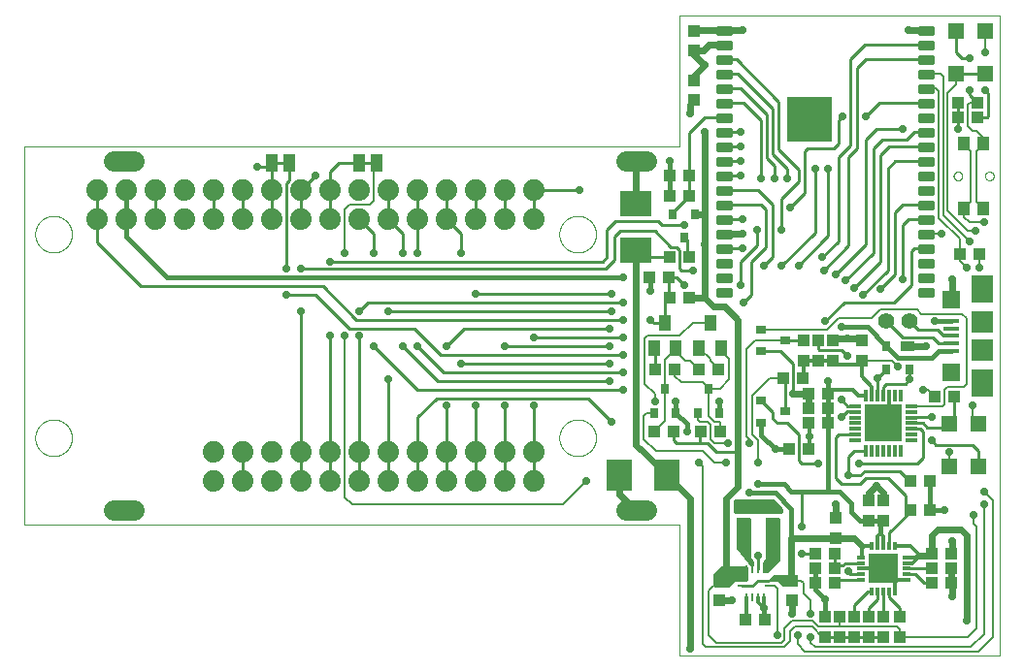
<source format=gtl>
G75*
%MOIN*%
%OFA0B0*%
%FSLAX25Y25*%
%IPPOS*%
%LPD*%
%AMOC8*
5,1,8,0,0,1.08239X$1,22.5*
%
%ADD10C,0.00000*%
%ADD11C,0.01831*%
%ADD12R,0.15748X0.15748*%
%ADD13R,0.04331X0.03937*%
%ADD14R,0.03937X0.04331*%
%ADD15R,0.05512X0.01575*%
%ADD16R,0.07480X0.07480*%
%ADD17R,0.07480X0.09449*%
%ADD18R,0.05906X0.06299*%
%ADD19C,0.07087*%
%ADD20R,0.03150X0.03543*%
%ADD21R,0.04724X0.03543*%
%ADD22R,0.05512X0.05512*%
%ADD23R,0.09000X0.11000*%
%ADD24R,0.11000X0.09000*%
%ADD25R,0.03937X0.05906*%
%ADD26C,0.01000*%
%ADD27C,0.07400*%
%ADD28R,0.05118X0.10039*%
%ADD29R,0.03937X0.04724*%
%ADD30R,0.03543X0.03150*%
%ADD31R,0.03937X0.05512*%
%ADD32R,0.01181X0.04134*%
%ADD33R,0.04134X0.01181*%
%ADD34R,0.12795X0.12795*%
%ADD35R,0.02953X0.01181*%
%ADD36R,0.01181X0.02953*%
%ADD37R,0.09843X0.09843*%
%ADD38R,0.00984X0.02756*%
%ADD39R,0.02756X0.00984*%
%ADD40C,0.05543*%
%ADD41C,0.02775*%
%ADD42C,0.01600*%
%ADD43C,0.02400*%
%ADD44C,0.01200*%
%ADD45C,0.00800*%
D10*
X0001800Y0047550D02*
X0226800Y0047550D01*
X0226800Y0002550D01*
X0336800Y0002550D01*
X0336800Y0222550D01*
X0226800Y0222550D01*
X0226800Y0177550D01*
X0001800Y0177550D01*
X0001800Y0047550D01*
X0005501Y0077550D02*
X0005503Y0077708D01*
X0005509Y0077866D01*
X0005519Y0078024D01*
X0005533Y0078182D01*
X0005551Y0078339D01*
X0005572Y0078496D01*
X0005598Y0078652D01*
X0005628Y0078808D01*
X0005661Y0078963D01*
X0005699Y0079116D01*
X0005740Y0079269D01*
X0005785Y0079421D01*
X0005834Y0079572D01*
X0005887Y0079721D01*
X0005943Y0079869D01*
X0006003Y0080015D01*
X0006067Y0080160D01*
X0006135Y0080303D01*
X0006206Y0080445D01*
X0006280Y0080585D01*
X0006358Y0080722D01*
X0006440Y0080858D01*
X0006524Y0080992D01*
X0006613Y0081123D01*
X0006704Y0081252D01*
X0006799Y0081379D01*
X0006896Y0081504D01*
X0006997Y0081626D01*
X0007101Y0081745D01*
X0007208Y0081862D01*
X0007318Y0081976D01*
X0007431Y0082087D01*
X0007546Y0082196D01*
X0007664Y0082301D01*
X0007785Y0082403D01*
X0007908Y0082503D01*
X0008034Y0082599D01*
X0008162Y0082692D01*
X0008292Y0082782D01*
X0008425Y0082868D01*
X0008560Y0082952D01*
X0008696Y0083031D01*
X0008835Y0083108D01*
X0008976Y0083180D01*
X0009118Y0083250D01*
X0009262Y0083315D01*
X0009408Y0083377D01*
X0009555Y0083435D01*
X0009704Y0083490D01*
X0009854Y0083541D01*
X0010005Y0083588D01*
X0010157Y0083631D01*
X0010310Y0083670D01*
X0010465Y0083706D01*
X0010620Y0083737D01*
X0010776Y0083765D01*
X0010932Y0083789D01*
X0011089Y0083809D01*
X0011247Y0083825D01*
X0011404Y0083837D01*
X0011563Y0083845D01*
X0011721Y0083849D01*
X0011879Y0083849D01*
X0012037Y0083845D01*
X0012196Y0083837D01*
X0012353Y0083825D01*
X0012511Y0083809D01*
X0012668Y0083789D01*
X0012824Y0083765D01*
X0012980Y0083737D01*
X0013135Y0083706D01*
X0013290Y0083670D01*
X0013443Y0083631D01*
X0013595Y0083588D01*
X0013746Y0083541D01*
X0013896Y0083490D01*
X0014045Y0083435D01*
X0014192Y0083377D01*
X0014338Y0083315D01*
X0014482Y0083250D01*
X0014624Y0083180D01*
X0014765Y0083108D01*
X0014904Y0083031D01*
X0015040Y0082952D01*
X0015175Y0082868D01*
X0015308Y0082782D01*
X0015438Y0082692D01*
X0015566Y0082599D01*
X0015692Y0082503D01*
X0015815Y0082403D01*
X0015936Y0082301D01*
X0016054Y0082196D01*
X0016169Y0082087D01*
X0016282Y0081976D01*
X0016392Y0081862D01*
X0016499Y0081745D01*
X0016603Y0081626D01*
X0016704Y0081504D01*
X0016801Y0081379D01*
X0016896Y0081252D01*
X0016987Y0081123D01*
X0017076Y0080992D01*
X0017160Y0080858D01*
X0017242Y0080722D01*
X0017320Y0080585D01*
X0017394Y0080445D01*
X0017465Y0080303D01*
X0017533Y0080160D01*
X0017597Y0080015D01*
X0017657Y0079869D01*
X0017713Y0079721D01*
X0017766Y0079572D01*
X0017815Y0079421D01*
X0017860Y0079269D01*
X0017901Y0079116D01*
X0017939Y0078963D01*
X0017972Y0078808D01*
X0018002Y0078652D01*
X0018028Y0078496D01*
X0018049Y0078339D01*
X0018067Y0078182D01*
X0018081Y0078024D01*
X0018091Y0077866D01*
X0018097Y0077708D01*
X0018099Y0077550D01*
X0018097Y0077392D01*
X0018091Y0077234D01*
X0018081Y0077076D01*
X0018067Y0076918D01*
X0018049Y0076761D01*
X0018028Y0076604D01*
X0018002Y0076448D01*
X0017972Y0076292D01*
X0017939Y0076137D01*
X0017901Y0075984D01*
X0017860Y0075831D01*
X0017815Y0075679D01*
X0017766Y0075528D01*
X0017713Y0075379D01*
X0017657Y0075231D01*
X0017597Y0075085D01*
X0017533Y0074940D01*
X0017465Y0074797D01*
X0017394Y0074655D01*
X0017320Y0074515D01*
X0017242Y0074378D01*
X0017160Y0074242D01*
X0017076Y0074108D01*
X0016987Y0073977D01*
X0016896Y0073848D01*
X0016801Y0073721D01*
X0016704Y0073596D01*
X0016603Y0073474D01*
X0016499Y0073355D01*
X0016392Y0073238D01*
X0016282Y0073124D01*
X0016169Y0073013D01*
X0016054Y0072904D01*
X0015936Y0072799D01*
X0015815Y0072697D01*
X0015692Y0072597D01*
X0015566Y0072501D01*
X0015438Y0072408D01*
X0015308Y0072318D01*
X0015175Y0072232D01*
X0015040Y0072148D01*
X0014904Y0072069D01*
X0014765Y0071992D01*
X0014624Y0071920D01*
X0014482Y0071850D01*
X0014338Y0071785D01*
X0014192Y0071723D01*
X0014045Y0071665D01*
X0013896Y0071610D01*
X0013746Y0071559D01*
X0013595Y0071512D01*
X0013443Y0071469D01*
X0013290Y0071430D01*
X0013135Y0071394D01*
X0012980Y0071363D01*
X0012824Y0071335D01*
X0012668Y0071311D01*
X0012511Y0071291D01*
X0012353Y0071275D01*
X0012196Y0071263D01*
X0012037Y0071255D01*
X0011879Y0071251D01*
X0011721Y0071251D01*
X0011563Y0071255D01*
X0011404Y0071263D01*
X0011247Y0071275D01*
X0011089Y0071291D01*
X0010932Y0071311D01*
X0010776Y0071335D01*
X0010620Y0071363D01*
X0010465Y0071394D01*
X0010310Y0071430D01*
X0010157Y0071469D01*
X0010005Y0071512D01*
X0009854Y0071559D01*
X0009704Y0071610D01*
X0009555Y0071665D01*
X0009408Y0071723D01*
X0009262Y0071785D01*
X0009118Y0071850D01*
X0008976Y0071920D01*
X0008835Y0071992D01*
X0008696Y0072069D01*
X0008560Y0072148D01*
X0008425Y0072232D01*
X0008292Y0072318D01*
X0008162Y0072408D01*
X0008034Y0072501D01*
X0007908Y0072597D01*
X0007785Y0072697D01*
X0007664Y0072799D01*
X0007546Y0072904D01*
X0007431Y0073013D01*
X0007318Y0073124D01*
X0007208Y0073238D01*
X0007101Y0073355D01*
X0006997Y0073474D01*
X0006896Y0073596D01*
X0006799Y0073721D01*
X0006704Y0073848D01*
X0006613Y0073977D01*
X0006524Y0074108D01*
X0006440Y0074242D01*
X0006358Y0074378D01*
X0006280Y0074515D01*
X0006206Y0074655D01*
X0006135Y0074797D01*
X0006067Y0074940D01*
X0006003Y0075085D01*
X0005943Y0075231D01*
X0005887Y0075379D01*
X0005834Y0075528D01*
X0005785Y0075679D01*
X0005740Y0075831D01*
X0005699Y0075984D01*
X0005661Y0076137D01*
X0005628Y0076292D01*
X0005598Y0076448D01*
X0005572Y0076604D01*
X0005551Y0076761D01*
X0005533Y0076918D01*
X0005519Y0077076D01*
X0005509Y0077234D01*
X0005503Y0077392D01*
X0005501Y0077550D01*
X0005501Y0147550D02*
X0005503Y0147708D01*
X0005509Y0147866D01*
X0005519Y0148024D01*
X0005533Y0148182D01*
X0005551Y0148339D01*
X0005572Y0148496D01*
X0005598Y0148652D01*
X0005628Y0148808D01*
X0005661Y0148963D01*
X0005699Y0149116D01*
X0005740Y0149269D01*
X0005785Y0149421D01*
X0005834Y0149572D01*
X0005887Y0149721D01*
X0005943Y0149869D01*
X0006003Y0150015D01*
X0006067Y0150160D01*
X0006135Y0150303D01*
X0006206Y0150445D01*
X0006280Y0150585D01*
X0006358Y0150722D01*
X0006440Y0150858D01*
X0006524Y0150992D01*
X0006613Y0151123D01*
X0006704Y0151252D01*
X0006799Y0151379D01*
X0006896Y0151504D01*
X0006997Y0151626D01*
X0007101Y0151745D01*
X0007208Y0151862D01*
X0007318Y0151976D01*
X0007431Y0152087D01*
X0007546Y0152196D01*
X0007664Y0152301D01*
X0007785Y0152403D01*
X0007908Y0152503D01*
X0008034Y0152599D01*
X0008162Y0152692D01*
X0008292Y0152782D01*
X0008425Y0152868D01*
X0008560Y0152952D01*
X0008696Y0153031D01*
X0008835Y0153108D01*
X0008976Y0153180D01*
X0009118Y0153250D01*
X0009262Y0153315D01*
X0009408Y0153377D01*
X0009555Y0153435D01*
X0009704Y0153490D01*
X0009854Y0153541D01*
X0010005Y0153588D01*
X0010157Y0153631D01*
X0010310Y0153670D01*
X0010465Y0153706D01*
X0010620Y0153737D01*
X0010776Y0153765D01*
X0010932Y0153789D01*
X0011089Y0153809D01*
X0011247Y0153825D01*
X0011404Y0153837D01*
X0011563Y0153845D01*
X0011721Y0153849D01*
X0011879Y0153849D01*
X0012037Y0153845D01*
X0012196Y0153837D01*
X0012353Y0153825D01*
X0012511Y0153809D01*
X0012668Y0153789D01*
X0012824Y0153765D01*
X0012980Y0153737D01*
X0013135Y0153706D01*
X0013290Y0153670D01*
X0013443Y0153631D01*
X0013595Y0153588D01*
X0013746Y0153541D01*
X0013896Y0153490D01*
X0014045Y0153435D01*
X0014192Y0153377D01*
X0014338Y0153315D01*
X0014482Y0153250D01*
X0014624Y0153180D01*
X0014765Y0153108D01*
X0014904Y0153031D01*
X0015040Y0152952D01*
X0015175Y0152868D01*
X0015308Y0152782D01*
X0015438Y0152692D01*
X0015566Y0152599D01*
X0015692Y0152503D01*
X0015815Y0152403D01*
X0015936Y0152301D01*
X0016054Y0152196D01*
X0016169Y0152087D01*
X0016282Y0151976D01*
X0016392Y0151862D01*
X0016499Y0151745D01*
X0016603Y0151626D01*
X0016704Y0151504D01*
X0016801Y0151379D01*
X0016896Y0151252D01*
X0016987Y0151123D01*
X0017076Y0150992D01*
X0017160Y0150858D01*
X0017242Y0150722D01*
X0017320Y0150585D01*
X0017394Y0150445D01*
X0017465Y0150303D01*
X0017533Y0150160D01*
X0017597Y0150015D01*
X0017657Y0149869D01*
X0017713Y0149721D01*
X0017766Y0149572D01*
X0017815Y0149421D01*
X0017860Y0149269D01*
X0017901Y0149116D01*
X0017939Y0148963D01*
X0017972Y0148808D01*
X0018002Y0148652D01*
X0018028Y0148496D01*
X0018049Y0148339D01*
X0018067Y0148182D01*
X0018081Y0148024D01*
X0018091Y0147866D01*
X0018097Y0147708D01*
X0018099Y0147550D01*
X0018097Y0147392D01*
X0018091Y0147234D01*
X0018081Y0147076D01*
X0018067Y0146918D01*
X0018049Y0146761D01*
X0018028Y0146604D01*
X0018002Y0146448D01*
X0017972Y0146292D01*
X0017939Y0146137D01*
X0017901Y0145984D01*
X0017860Y0145831D01*
X0017815Y0145679D01*
X0017766Y0145528D01*
X0017713Y0145379D01*
X0017657Y0145231D01*
X0017597Y0145085D01*
X0017533Y0144940D01*
X0017465Y0144797D01*
X0017394Y0144655D01*
X0017320Y0144515D01*
X0017242Y0144378D01*
X0017160Y0144242D01*
X0017076Y0144108D01*
X0016987Y0143977D01*
X0016896Y0143848D01*
X0016801Y0143721D01*
X0016704Y0143596D01*
X0016603Y0143474D01*
X0016499Y0143355D01*
X0016392Y0143238D01*
X0016282Y0143124D01*
X0016169Y0143013D01*
X0016054Y0142904D01*
X0015936Y0142799D01*
X0015815Y0142697D01*
X0015692Y0142597D01*
X0015566Y0142501D01*
X0015438Y0142408D01*
X0015308Y0142318D01*
X0015175Y0142232D01*
X0015040Y0142148D01*
X0014904Y0142069D01*
X0014765Y0141992D01*
X0014624Y0141920D01*
X0014482Y0141850D01*
X0014338Y0141785D01*
X0014192Y0141723D01*
X0014045Y0141665D01*
X0013896Y0141610D01*
X0013746Y0141559D01*
X0013595Y0141512D01*
X0013443Y0141469D01*
X0013290Y0141430D01*
X0013135Y0141394D01*
X0012980Y0141363D01*
X0012824Y0141335D01*
X0012668Y0141311D01*
X0012511Y0141291D01*
X0012353Y0141275D01*
X0012196Y0141263D01*
X0012037Y0141255D01*
X0011879Y0141251D01*
X0011721Y0141251D01*
X0011563Y0141255D01*
X0011404Y0141263D01*
X0011247Y0141275D01*
X0011089Y0141291D01*
X0010932Y0141311D01*
X0010776Y0141335D01*
X0010620Y0141363D01*
X0010465Y0141394D01*
X0010310Y0141430D01*
X0010157Y0141469D01*
X0010005Y0141512D01*
X0009854Y0141559D01*
X0009704Y0141610D01*
X0009555Y0141665D01*
X0009408Y0141723D01*
X0009262Y0141785D01*
X0009118Y0141850D01*
X0008976Y0141920D01*
X0008835Y0141992D01*
X0008696Y0142069D01*
X0008560Y0142148D01*
X0008425Y0142232D01*
X0008292Y0142318D01*
X0008162Y0142408D01*
X0008034Y0142501D01*
X0007908Y0142597D01*
X0007785Y0142697D01*
X0007664Y0142799D01*
X0007546Y0142904D01*
X0007431Y0143013D01*
X0007318Y0143124D01*
X0007208Y0143238D01*
X0007101Y0143355D01*
X0006997Y0143474D01*
X0006896Y0143596D01*
X0006799Y0143721D01*
X0006704Y0143848D01*
X0006613Y0143977D01*
X0006524Y0144108D01*
X0006440Y0144242D01*
X0006358Y0144378D01*
X0006280Y0144515D01*
X0006206Y0144655D01*
X0006135Y0144797D01*
X0006067Y0144940D01*
X0006003Y0145085D01*
X0005943Y0145231D01*
X0005887Y0145379D01*
X0005834Y0145528D01*
X0005785Y0145679D01*
X0005740Y0145831D01*
X0005699Y0145984D01*
X0005661Y0146137D01*
X0005628Y0146292D01*
X0005598Y0146448D01*
X0005572Y0146604D01*
X0005551Y0146761D01*
X0005533Y0146918D01*
X0005519Y0147076D01*
X0005509Y0147234D01*
X0005503Y0147392D01*
X0005501Y0147550D01*
X0185501Y0147550D02*
X0185503Y0147708D01*
X0185509Y0147866D01*
X0185519Y0148024D01*
X0185533Y0148182D01*
X0185551Y0148339D01*
X0185572Y0148496D01*
X0185598Y0148652D01*
X0185628Y0148808D01*
X0185661Y0148963D01*
X0185699Y0149116D01*
X0185740Y0149269D01*
X0185785Y0149421D01*
X0185834Y0149572D01*
X0185887Y0149721D01*
X0185943Y0149869D01*
X0186003Y0150015D01*
X0186067Y0150160D01*
X0186135Y0150303D01*
X0186206Y0150445D01*
X0186280Y0150585D01*
X0186358Y0150722D01*
X0186440Y0150858D01*
X0186524Y0150992D01*
X0186613Y0151123D01*
X0186704Y0151252D01*
X0186799Y0151379D01*
X0186896Y0151504D01*
X0186997Y0151626D01*
X0187101Y0151745D01*
X0187208Y0151862D01*
X0187318Y0151976D01*
X0187431Y0152087D01*
X0187546Y0152196D01*
X0187664Y0152301D01*
X0187785Y0152403D01*
X0187908Y0152503D01*
X0188034Y0152599D01*
X0188162Y0152692D01*
X0188292Y0152782D01*
X0188425Y0152868D01*
X0188560Y0152952D01*
X0188696Y0153031D01*
X0188835Y0153108D01*
X0188976Y0153180D01*
X0189118Y0153250D01*
X0189262Y0153315D01*
X0189408Y0153377D01*
X0189555Y0153435D01*
X0189704Y0153490D01*
X0189854Y0153541D01*
X0190005Y0153588D01*
X0190157Y0153631D01*
X0190310Y0153670D01*
X0190465Y0153706D01*
X0190620Y0153737D01*
X0190776Y0153765D01*
X0190932Y0153789D01*
X0191089Y0153809D01*
X0191247Y0153825D01*
X0191404Y0153837D01*
X0191563Y0153845D01*
X0191721Y0153849D01*
X0191879Y0153849D01*
X0192037Y0153845D01*
X0192196Y0153837D01*
X0192353Y0153825D01*
X0192511Y0153809D01*
X0192668Y0153789D01*
X0192824Y0153765D01*
X0192980Y0153737D01*
X0193135Y0153706D01*
X0193290Y0153670D01*
X0193443Y0153631D01*
X0193595Y0153588D01*
X0193746Y0153541D01*
X0193896Y0153490D01*
X0194045Y0153435D01*
X0194192Y0153377D01*
X0194338Y0153315D01*
X0194482Y0153250D01*
X0194624Y0153180D01*
X0194765Y0153108D01*
X0194904Y0153031D01*
X0195040Y0152952D01*
X0195175Y0152868D01*
X0195308Y0152782D01*
X0195438Y0152692D01*
X0195566Y0152599D01*
X0195692Y0152503D01*
X0195815Y0152403D01*
X0195936Y0152301D01*
X0196054Y0152196D01*
X0196169Y0152087D01*
X0196282Y0151976D01*
X0196392Y0151862D01*
X0196499Y0151745D01*
X0196603Y0151626D01*
X0196704Y0151504D01*
X0196801Y0151379D01*
X0196896Y0151252D01*
X0196987Y0151123D01*
X0197076Y0150992D01*
X0197160Y0150858D01*
X0197242Y0150722D01*
X0197320Y0150585D01*
X0197394Y0150445D01*
X0197465Y0150303D01*
X0197533Y0150160D01*
X0197597Y0150015D01*
X0197657Y0149869D01*
X0197713Y0149721D01*
X0197766Y0149572D01*
X0197815Y0149421D01*
X0197860Y0149269D01*
X0197901Y0149116D01*
X0197939Y0148963D01*
X0197972Y0148808D01*
X0198002Y0148652D01*
X0198028Y0148496D01*
X0198049Y0148339D01*
X0198067Y0148182D01*
X0198081Y0148024D01*
X0198091Y0147866D01*
X0198097Y0147708D01*
X0198099Y0147550D01*
X0198097Y0147392D01*
X0198091Y0147234D01*
X0198081Y0147076D01*
X0198067Y0146918D01*
X0198049Y0146761D01*
X0198028Y0146604D01*
X0198002Y0146448D01*
X0197972Y0146292D01*
X0197939Y0146137D01*
X0197901Y0145984D01*
X0197860Y0145831D01*
X0197815Y0145679D01*
X0197766Y0145528D01*
X0197713Y0145379D01*
X0197657Y0145231D01*
X0197597Y0145085D01*
X0197533Y0144940D01*
X0197465Y0144797D01*
X0197394Y0144655D01*
X0197320Y0144515D01*
X0197242Y0144378D01*
X0197160Y0144242D01*
X0197076Y0144108D01*
X0196987Y0143977D01*
X0196896Y0143848D01*
X0196801Y0143721D01*
X0196704Y0143596D01*
X0196603Y0143474D01*
X0196499Y0143355D01*
X0196392Y0143238D01*
X0196282Y0143124D01*
X0196169Y0143013D01*
X0196054Y0142904D01*
X0195936Y0142799D01*
X0195815Y0142697D01*
X0195692Y0142597D01*
X0195566Y0142501D01*
X0195438Y0142408D01*
X0195308Y0142318D01*
X0195175Y0142232D01*
X0195040Y0142148D01*
X0194904Y0142069D01*
X0194765Y0141992D01*
X0194624Y0141920D01*
X0194482Y0141850D01*
X0194338Y0141785D01*
X0194192Y0141723D01*
X0194045Y0141665D01*
X0193896Y0141610D01*
X0193746Y0141559D01*
X0193595Y0141512D01*
X0193443Y0141469D01*
X0193290Y0141430D01*
X0193135Y0141394D01*
X0192980Y0141363D01*
X0192824Y0141335D01*
X0192668Y0141311D01*
X0192511Y0141291D01*
X0192353Y0141275D01*
X0192196Y0141263D01*
X0192037Y0141255D01*
X0191879Y0141251D01*
X0191721Y0141251D01*
X0191563Y0141255D01*
X0191404Y0141263D01*
X0191247Y0141275D01*
X0191089Y0141291D01*
X0190932Y0141311D01*
X0190776Y0141335D01*
X0190620Y0141363D01*
X0190465Y0141394D01*
X0190310Y0141430D01*
X0190157Y0141469D01*
X0190005Y0141512D01*
X0189854Y0141559D01*
X0189704Y0141610D01*
X0189555Y0141665D01*
X0189408Y0141723D01*
X0189262Y0141785D01*
X0189118Y0141850D01*
X0188976Y0141920D01*
X0188835Y0141992D01*
X0188696Y0142069D01*
X0188560Y0142148D01*
X0188425Y0142232D01*
X0188292Y0142318D01*
X0188162Y0142408D01*
X0188034Y0142501D01*
X0187908Y0142597D01*
X0187785Y0142697D01*
X0187664Y0142799D01*
X0187546Y0142904D01*
X0187431Y0143013D01*
X0187318Y0143124D01*
X0187208Y0143238D01*
X0187101Y0143355D01*
X0186997Y0143474D01*
X0186896Y0143596D01*
X0186799Y0143721D01*
X0186704Y0143848D01*
X0186613Y0143977D01*
X0186524Y0144108D01*
X0186440Y0144242D01*
X0186358Y0144378D01*
X0186280Y0144515D01*
X0186206Y0144655D01*
X0186135Y0144797D01*
X0186067Y0144940D01*
X0186003Y0145085D01*
X0185943Y0145231D01*
X0185887Y0145379D01*
X0185834Y0145528D01*
X0185785Y0145679D01*
X0185740Y0145831D01*
X0185699Y0145984D01*
X0185661Y0146137D01*
X0185628Y0146292D01*
X0185598Y0146448D01*
X0185572Y0146604D01*
X0185551Y0146761D01*
X0185533Y0146918D01*
X0185519Y0147076D01*
X0185509Y0147234D01*
X0185503Y0147392D01*
X0185501Y0147550D01*
X0185501Y0077550D02*
X0185503Y0077708D01*
X0185509Y0077866D01*
X0185519Y0078024D01*
X0185533Y0078182D01*
X0185551Y0078339D01*
X0185572Y0078496D01*
X0185598Y0078652D01*
X0185628Y0078808D01*
X0185661Y0078963D01*
X0185699Y0079116D01*
X0185740Y0079269D01*
X0185785Y0079421D01*
X0185834Y0079572D01*
X0185887Y0079721D01*
X0185943Y0079869D01*
X0186003Y0080015D01*
X0186067Y0080160D01*
X0186135Y0080303D01*
X0186206Y0080445D01*
X0186280Y0080585D01*
X0186358Y0080722D01*
X0186440Y0080858D01*
X0186524Y0080992D01*
X0186613Y0081123D01*
X0186704Y0081252D01*
X0186799Y0081379D01*
X0186896Y0081504D01*
X0186997Y0081626D01*
X0187101Y0081745D01*
X0187208Y0081862D01*
X0187318Y0081976D01*
X0187431Y0082087D01*
X0187546Y0082196D01*
X0187664Y0082301D01*
X0187785Y0082403D01*
X0187908Y0082503D01*
X0188034Y0082599D01*
X0188162Y0082692D01*
X0188292Y0082782D01*
X0188425Y0082868D01*
X0188560Y0082952D01*
X0188696Y0083031D01*
X0188835Y0083108D01*
X0188976Y0083180D01*
X0189118Y0083250D01*
X0189262Y0083315D01*
X0189408Y0083377D01*
X0189555Y0083435D01*
X0189704Y0083490D01*
X0189854Y0083541D01*
X0190005Y0083588D01*
X0190157Y0083631D01*
X0190310Y0083670D01*
X0190465Y0083706D01*
X0190620Y0083737D01*
X0190776Y0083765D01*
X0190932Y0083789D01*
X0191089Y0083809D01*
X0191247Y0083825D01*
X0191404Y0083837D01*
X0191563Y0083845D01*
X0191721Y0083849D01*
X0191879Y0083849D01*
X0192037Y0083845D01*
X0192196Y0083837D01*
X0192353Y0083825D01*
X0192511Y0083809D01*
X0192668Y0083789D01*
X0192824Y0083765D01*
X0192980Y0083737D01*
X0193135Y0083706D01*
X0193290Y0083670D01*
X0193443Y0083631D01*
X0193595Y0083588D01*
X0193746Y0083541D01*
X0193896Y0083490D01*
X0194045Y0083435D01*
X0194192Y0083377D01*
X0194338Y0083315D01*
X0194482Y0083250D01*
X0194624Y0083180D01*
X0194765Y0083108D01*
X0194904Y0083031D01*
X0195040Y0082952D01*
X0195175Y0082868D01*
X0195308Y0082782D01*
X0195438Y0082692D01*
X0195566Y0082599D01*
X0195692Y0082503D01*
X0195815Y0082403D01*
X0195936Y0082301D01*
X0196054Y0082196D01*
X0196169Y0082087D01*
X0196282Y0081976D01*
X0196392Y0081862D01*
X0196499Y0081745D01*
X0196603Y0081626D01*
X0196704Y0081504D01*
X0196801Y0081379D01*
X0196896Y0081252D01*
X0196987Y0081123D01*
X0197076Y0080992D01*
X0197160Y0080858D01*
X0197242Y0080722D01*
X0197320Y0080585D01*
X0197394Y0080445D01*
X0197465Y0080303D01*
X0197533Y0080160D01*
X0197597Y0080015D01*
X0197657Y0079869D01*
X0197713Y0079721D01*
X0197766Y0079572D01*
X0197815Y0079421D01*
X0197860Y0079269D01*
X0197901Y0079116D01*
X0197939Y0078963D01*
X0197972Y0078808D01*
X0198002Y0078652D01*
X0198028Y0078496D01*
X0198049Y0078339D01*
X0198067Y0078182D01*
X0198081Y0078024D01*
X0198091Y0077866D01*
X0198097Y0077708D01*
X0198099Y0077550D01*
X0198097Y0077392D01*
X0198091Y0077234D01*
X0198081Y0077076D01*
X0198067Y0076918D01*
X0198049Y0076761D01*
X0198028Y0076604D01*
X0198002Y0076448D01*
X0197972Y0076292D01*
X0197939Y0076137D01*
X0197901Y0075984D01*
X0197860Y0075831D01*
X0197815Y0075679D01*
X0197766Y0075528D01*
X0197713Y0075379D01*
X0197657Y0075231D01*
X0197597Y0075085D01*
X0197533Y0074940D01*
X0197465Y0074797D01*
X0197394Y0074655D01*
X0197320Y0074515D01*
X0197242Y0074378D01*
X0197160Y0074242D01*
X0197076Y0074108D01*
X0196987Y0073977D01*
X0196896Y0073848D01*
X0196801Y0073721D01*
X0196704Y0073596D01*
X0196603Y0073474D01*
X0196499Y0073355D01*
X0196392Y0073238D01*
X0196282Y0073124D01*
X0196169Y0073013D01*
X0196054Y0072904D01*
X0195936Y0072799D01*
X0195815Y0072697D01*
X0195692Y0072597D01*
X0195566Y0072501D01*
X0195438Y0072408D01*
X0195308Y0072318D01*
X0195175Y0072232D01*
X0195040Y0072148D01*
X0194904Y0072069D01*
X0194765Y0071992D01*
X0194624Y0071920D01*
X0194482Y0071850D01*
X0194338Y0071785D01*
X0194192Y0071723D01*
X0194045Y0071665D01*
X0193896Y0071610D01*
X0193746Y0071559D01*
X0193595Y0071512D01*
X0193443Y0071469D01*
X0193290Y0071430D01*
X0193135Y0071394D01*
X0192980Y0071363D01*
X0192824Y0071335D01*
X0192668Y0071311D01*
X0192511Y0071291D01*
X0192353Y0071275D01*
X0192196Y0071263D01*
X0192037Y0071255D01*
X0191879Y0071251D01*
X0191721Y0071251D01*
X0191563Y0071255D01*
X0191404Y0071263D01*
X0191247Y0071275D01*
X0191089Y0071291D01*
X0190932Y0071311D01*
X0190776Y0071335D01*
X0190620Y0071363D01*
X0190465Y0071394D01*
X0190310Y0071430D01*
X0190157Y0071469D01*
X0190005Y0071512D01*
X0189854Y0071559D01*
X0189704Y0071610D01*
X0189555Y0071665D01*
X0189408Y0071723D01*
X0189262Y0071785D01*
X0189118Y0071850D01*
X0188976Y0071920D01*
X0188835Y0071992D01*
X0188696Y0072069D01*
X0188560Y0072148D01*
X0188425Y0072232D01*
X0188292Y0072318D01*
X0188162Y0072408D01*
X0188034Y0072501D01*
X0187908Y0072597D01*
X0187785Y0072697D01*
X0187664Y0072799D01*
X0187546Y0072904D01*
X0187431Y0073013D01*
X0187318Y0073124D01*
X0187208Y0073238D01*
X0187101Y0073355D01*
X0186997Y0073474D01*
X0186896Y0073596D01*
X0186799Y0073721D01*
X0186704Y0073848D01*
X0186613Y0073977D01*
X0186524Y0074108D01*
X0186440Y0074242D01*
X0186358Y0074378D01*
X0186280Y0074515D01*
X0186206Y0074655D01*
X0186135Y0074797D01*
X0186067Y0074940D01*
X0186003Y0075085D01*
X0185943Y0075231D01*
X0185887Y0075379D01*
X0185834Y0075528D01*
X0185785Y0075679D01*
X0185740Y0075831D01*
X0185699Y0075984D01*
X0185661Y0076137D01*
X0185628Y0076292D01*
X0185598Y0076448D01*
X0185572Y0076604D01*
X0185551Y0076761D01*
X0185533Y0076918D01*
X0185519Y0077076D01*
X0185509Y0077234D01*
X0185503Y0077392D01*
X0185501Y0077550D01*
X0320911Y0167550D02*
X0320913Y0167627D01*
X0320919Y0167703D01*
X0320929Y0167779D01*
X0320943Y0167854D01*
X0320960Y0167929D01*
X0320982Y0168002D01*
X0321007Y0168075D01*
X0321037Y0168146D01*
X0321069Y0168215D01*
X0321106Y0168282D01*
X0321145Y0168348D01*
X0321188Y0168411D01*
X0321235Y0168472D01*
X0321284Y0168531D01*
X0321337Y0168587D01*
X0321392Y0168640D01*
X0321450Y0168690D01*
X0321510Y0168737D01*
X0321573Y0168781D01*
X0321638Y0168822D01*
X0321705Y0168859D01*
X0321774Y0168893D01*
X0321844Y0168923D01*
X0321916Y0168949D01*
X0321990Y0168971D01*
X0322064Y0168990D01*
X0322139Y0169005D01*
X0322215Y0169016D01*
X0322291Y0169023D01*
X0322368Y0169026D01*
X0322444Y0169025D01*
X0322521Y0169020D01*
X0322597Y0169011D01*
X0322673Y0168998D01*
X0322747Y0168981D01*
X0322821Y0168961D01*
X0322894Y0168936D01*
X0322965Y0168908D01*
X0323035Y0168876D01*
X0323103Y0168841D01*
X0323169Y0168802D01*
X0323233Y0168760D01*
X0323294Y0168714D01*
X0323354Y0168665D01*
X0323410Y0168614D01*
X0323464Y0168559D01*
X0323515Y0168502D01*
X0323563Y0168442D01*
X0323608Y0168380D01*
X0323649Y0168315D01*
X0323687Y0168249D01*
X0323722Y0168181D01*
X0323752Y0168110D01*
X0323780Y0168039D01*
X0323803Y0167966D01*
X0323823Y0167892D01*
X0323839Y0167817D01*
X0323851Y0167741D01*
X0323859Y0167665D01*
X0323863Y0167588D01*
X0323863Y0167512D01*
X0323859Y0167435D01*
X0323851Y0167359D01*
X0323839Y0167283D01*
X0323823Y0167208D01*
X0323803Y0167134D01*
X0323780Y0167061D01*
X0323752Y0166990D01*
X0323722Y0166919D01*
X0323687Y0166851D01*
X0323649Y0166785D01*
X0323608Y0166720D01*
X0323563Y0166658D01*
X0323515Y0166598D01*
X0323464Y0166541D01*
X0323410Y0166486D01*
X0323354Y0166435D01*
X0323294Y0166386D01*
X0323233Y0166340D01*
X0323169Y0166298D01*
X0323103Y0166259D01*
X0323035Y0166224D01*
X0322965Y0166192D01*
X0322894Y0166164D01*
X0322821Y0166139D01*
X0322747Y0166119D01*
X0322673Y0166102D01*
X0322597Y0166089D01*
X0322521Y0166080D01*
X0322444Y0166075D01*
X0322368Y0166074D01*
X0322291Y0166077D01*
X0322215Y0166084D01*
X0322139Y0166095D01*
X0322064Y0166110D01*
X0321990Y0166129D01*
X0321916Y0166151D01*
X0321844Y0166177D01*
X0321774Y0166207D01*
X0321705Y0166241D01*
X0321638Y0166278D01*
X0321573Y0166319D01*
X0321510Y0166363D01*
X0321450Y0166410D01*
X0321392Y0166460D01*
X0321337Y0166513D01*
X0321284Y0166569D01*
X0321235Y0166628D01*
X0321188Y0166689D01*
X0321145Y0166752D01*
X0321106Y0166818D01*
X0321069Y0166885D01*
X0321037Y0166954D01*
X0321007Y0167025D01*
X0320982Y0167098D01*
X0320960Y0167171D01*
X0320943Y0167246D01*
X0320929Y0167321D01*
X0320919Y0167397D01*
X0320913Y0167473D01*
X0320911Y0167550D01*
X0331737Y0167550D02*
X0331739Y0167627D01*
X0331745Y0167703D01*
X0331755Y0167779D01*
X0331769Y0167854D01*
X0331786Y0167929D01*
X0331808Y0168002D01*
X0331833Y0168075D01*
X0331863Y0168146D01*
X0331895Y0168215D01*
X0331932Y0168282D01*
X0331971Y0168348D01*
X0332014Y0168411D01*
X0332061Y0168472D01*
X0332110Y0168531D01*
X0332163Y0168587D01*
X0332218Y0168640D01*
X0332276Y0168690D01*
X0332336Y0168737D01*
X0332399Y0168781D01*
X0332464Y0168822D01*
X0332531Y0168859D01*
X0332600Y0168893D01*
X0332670Y0168923D01*
X0332742Y0168949D01*
X0332816Y0168971D01*
X0332890Y0168990D01*
X0332965Y0169005D01*
X0333041Y0169016D01*
X0333117Y0169023D01*
X0333194Y0169026D01*
X0333270Y0169025D01*
X0333347Y0169020D01*
X0333423Y0169011D01*
X0333499Y0168998D01*
X0333573Y0168981D01*
X0333647Y0168961D01*
X0333720Y0168936D01*
X0333791Y0168908D01*
X0333861Y0168876D01*
X0333929Y0168841D01*
X0333995Y0168802D01*
X0334059Y0168760D01*
X0334120Y0168714D01*
X0334180Y0168665D01*
X0334236Y0168614D01*
X0334290Y0168559D01*
X0334341Y0168502D01*
X0334389Y0168442D01*
X0334434Y0168380D01*
X0334475Y0168315D01*
X0334513Y0168249D01*
X0334548Y0168181D01*
X0334578Y0168110D01*
X0334606Y0168039D01*
X0334629Y0167966D01*
X0334649Y0167892D01*
X0334665Y0167817D01*
X0334677Y0167741D01*
X0334685Y0167665D01*
X0334689Y0167588D01*
X0334689Y0167512D01*
X0334685Y0167435D01*
X0334677Y0167359D01*
X0334665Y0167283D01*
X0334649Y0167208D01*
X0334629Y0167134D01*
X0334606Y0167061D01*
X0334578Y0166990D01*
X0334548Y0166919D01*
X0334513Y0166851D01*
X0334475Y0166785D01*
X0334434Y0166720D01*
X0334389Y0166658D01*
X0334341Y0166598D01*
X0334290Y0166541D01*
X0334236Y0166486D01*
X0334180Y0166435D01*
X0334120Y0166386D01*
X0334059Y0166340D01*
X0333995Y0166298D01*
X0333929Y0166259D01*
X0333861Y0166224D01*
X0333791Y0166192D01*
X0333720Y0166164D01*
X0333647Y0166139D01*
X0333573Y0166119D01*
X0333499Y0166102D01*
X0333423Y0166089D01*
X0333347Y0166080D01*
X0333270Y0166075D01*
X0333194Y0166074D01*
X0333117Y0166077D01*
X0333041Y0166084D01*
X0332965Y0166095D01*
X0332890Y0166110D01*
X0332816Y0166129D01*
X0332742Y0166151D01*
X0332670Y0166177D01*
X0332600Y0166207D01*
X0332531Y0166241D01*
X0332464Y0166278D01*
X0332399Y0166319D01*
X0332336Y0166363D01*
X0332276Y0166410D01*
X0332218Y0166460D01*
X0332163Y0166513D01*
X0332110Y0166569D01*
X0332061Y0166628D01*
X0332014Y0166689D01*
X0331971Y0166752D01*
X0331932Y0166818D01*
X0331895Y0166885D01*
X0331863Y0166954D01*
X0331833Y0167025D01*
X0331808Y0167098D01*
X0331786Y0167171D01*
X0331769Y0167246D01*
X0331755Y0167321D01*
X0331745Y0167397D01*
X0331739Y0167473D01*
X0331737Y0167550D01*
D11*
X0313424Y0168485D02*
X0309546Y0168485D01*
X0313424Y0168485D02*
X0313424Y0166655D01*
X0309546Y0166655D01*
X0309546Y0168485D01*
X0313424Y0168485D01*
X0313424Y0173485D02*
X0309546Y0173485D01*
X0313424Y0173485D02*
X0313424Y0171655D01*
X0309546Y0171655D01*
X0309546Y0173485D01*
X0313424Y0173485D01*
X0313424Y0178485D02*
X0309546Y0178485D01*
X0313424Y0178485D02*
X0313424Y0176655D01*
X0309546Y0176655D01*
X0309546Y0178485D01*
X0313424Y0178485D01*
X0313424Y0183485D02*
X0309546Y0183485D01*
X0313424Y0183485D02*
X0313424Y0181655D01*
X0309546Y0181655D01*
X0309546Y0183485D01*
X0313424Y0183485D01*
X0313424Y0188485D02*
X0309546Y0188485D01*
X0313424Y0188485D02*
X0313424Y0186655D01*
X0309546Y0186655D01*
X0309546Y0188485D01*
X0313424Y0188485D01*
X0313424Y0193485D02*
X0309546Y0193485D01*
X0313424Y0193485D02*
X0313424Y0191655D01*
X0309546Y0191655D01*
X0309546Y0193485D01*
X0313424Y0193485D01*
X0313424Y0198485D02*
X0309546Y0198485D01*
X0313424Y0198485D02*
X0313424Y0196655D01*
X0309546Y0196655D01*
X0309546Y0198485D01*
X0313424Y0198485D01*
X0313424Y0203485D02*
X0309546Y0203485D01*
X0313424Y0203485D02*
X0313424Y0201655D01*
X0309546Y0201655D01*
X0309546Y0203485D01*
X0313424Y0203485D01*
X0313424Y0208485D02*
X0309546Y0208485D01*
X0313424Y0208485D02*
X0313424Y0206655D01*
X0309546Y0206655D01*
X0309546Y0208485D01*
X0313424Y0208485D01*
X0313424Y0213485D02*
X0309546Y0213485D01*
X0313424Y0213485D02*
X0313424Y0211655D01*
X0309546Y0211655D01*
X0309546Y0213485D01*
X0313424Y0213485D01*
X0313424Y0218485D02*
X0309546Y0218485D01*
X0313424Y0218485D02*
X0313424Y0216655D01*
X0309546Y0216655D01*
X0309546Y0218485D01*
X0313424Y0218485D01*
X0244054Y0216655D02*
X0240176Y0216655D01*
X0240176Y0218485D01*
X0244054Y0218485D01*
X0244054Y0216655D01*
X0244054Y0218485D02*
X0240176Y0218485D01*
X0240176Y0211655D02*
X0244054Y0211655D01*
X0240176Y0211655D02*
X0240176Y0213485D01*
X0244054Y0213485D01*
X0244054Y0211655D01*
X0244054Y0213485D02*
X0240176Y0213485D01*
X0240176Y0206655D02*
X0244054Y0206655D01*
X0240176Y0206655D02*
X0240176Y0208485D01*
X0244054Y0208485D01*
X0244054Y0206655D01*
X0244054Y0208485D02*
X0240176Y0208485D01*
X0240176Y0201655D02*
X0244054Y0201655D01*
X0240176Y0201655D02*
X0240176Y0203485D01*
X0244054Y0203485D01*
X0244054Y0201655D01*
X0244054Y0203485D02*
X0240176Y0203485D01*
X0240176Y0196655D02*
X0244054Y0196655D01*
X0240176Y0196655D02*
X0240176Y0198485D01*
X0244054Y0198485D01*
X0244054Y0196655D01*
X0244054Y0198485D02*
X0240176Y0198485D01*
X0240176Y0191655D02*
X0244054Y0191655D01*
X0240176Y0191655D02*
X0240176Y0193485D01*
X0244054Y0193485D01*
X0244054Y0191655D01*
X0244054Y0193485D02*
X0240176Y0193485D01*
X0240176Y0186655D02*
X0244054Y0186655D01*
X0240176Y0186655D02*
X0240176Y0188485D01*
X0244054Y0188485D01*
X0244054Y0186655D01*
X0244054Y0188485D02*
X0240176Y0188485D01*
X0240176Y0181655D02*
X0244054Y0181655D01*
X0240176Y0181655D02*
X0240176Y0183485D01*
X0244054Y0183485D01*
X0244054Y0181655D01*
X0244054Y0183485D02*
X0240176Y0183485D01*
X0240176Y0176655D02*
X0244054Y0176655D01*
X0240176Y0176655D02*
X0240176Y0178485D01*
X0244054Y0178485D01*
X0244054Y0176655D01*
X0244054Y0178485D02*
X0240176Y0178485D01*
X0240176Y0171655D02*
X0244054Y0171655D01*
X0240176Y0171655D02*
X0240176Y0173485D01*
X0244054Y0173485D01*
X0244054Y0171655D01*
X0244054Y0173485D02*
X0240176Y0173485D01*
X0240176Y0166655D02*
X0244054Y0166655D01*
X0240176Y0166655D02*
X0240176Y0168485D01*
X0244054Y0168485D01*
X0244054Y0166655D01*
X0244054Y0168485D02*
X0240176Y0168485D01*
X0240176Y0161655D02*
X0244054Y0161655D01*
X0240176Y0161655D02*
X0240176Y0163485D01*
X0244054Y0163485D01*
X0244054Y0161655D01*
X0244054Y0163485D02*
X0240176Y0163485D01*
X0240176Y0156655D02*
X0244054Y0156655D01*
X0240176Y0156655D02*
X0240176Y0158485D01*
X0244054Y0158485D01*
X0244054Y0156655D01*
X0244054Y0158485D02*
X0240176Y0158485D01*
X0240176Y0151655D02*
X0244054Y0151655D01*
X0240176Y0151655D02*
X0240176Y0153485D01*
X0244054Y0153485D01*
X0244054Y0151655D01*
X0244054Y0153485D02*
X0240176Y0153485D01*
X0240176Y0146655D02*
X0244054Y0146655D01*
X0240176Y0146655D02*
X0240176Y0148485D01*
X0244054Y0148485D01*
X0244054Y0146655D01*
X0244054Y0148485D02*
X0240176Y0148485D01*
X0240176Y0141655D02*
X0244054Y0141655D01*
X0240176Y0141655D02*
X0240176Y0143485D01*
X0244054Y0143485D01*
X0244054Y0141655D01*
X0244054Y0143485D02*
X0240176Y0143485D01*
X0240176Y0136655D02*
X0244054Y0136655D01*
X0240176Y0136655D02*
X0240176Y0138485D01*
X0244054Y0138485D01*
X0244054Y0136655D01*
X0244054Y0138485D02*
X0240176Y0138485D01*
X0240176Y0131655D02*
X0244054Y0131655D01*
X0240176Y0131655D02*
X0240176Y0133485D01*
X0244054Y0133485D01*
X0244054Y0131655D01*
X0244054Y0133485D02*
X0240176Y0133485D01*
X0240176Y0126655D02*
X0244054Y0126655D01*
X0240176Y0126655D02*
X0240176Y0128485D01*
X0244054Y0128485D01*
X0244054Y0126655D01*
X0244054Y0128485D02*
X0240176Y0128485D01*
X0309546Y0128485D02*
X0313424Y0128485D01*
X0313424Y0126655D01*
X0309546Y0126655D01*
X0309546Y0128485D01*
X0313424Y0128485D01*
X0313424Y0133485D02*
X0309546Y0133485D01*
X0313424Y0133485D02*
X0313424Y0131655D01*
X0309546Y0131655D01*
X0309546Y0133485D01*
X0313424Y0133485D01*
X0313424Y0138485D02*
X0309546Y0138485D01*
X0313424Y0138485D02*
X0313424Y0136655D01*
X0309546Y0136655D01*
X0309546Y0138485D01*
X0313424Y0138485D01*
X0313424Y0143485D02*
X0309546Y0143485D01*
X0313424Y0143485D02*
X0313424Y0141655D01*
X0309546Y0141655D01*
X0309546Y0143485D01*
X0313424Y0143485D01*
X0313424Y0148485D02*
X0309546Y0148485D01*
X0313424Y0148485D02*
X0313424Y0146655D01*
X0309546Y0146655D01*
X0309546Y0148485D01*
X0313424Y0148485D01*
X0313424Y0153485D02*
X0309546Y0153485D01*
X0313424Y0153485D02*
X0313424Y0151655D01*
X0309546Y0151655D01*
X0309546Y0153485D01*
X0313424Y0153485D01*
X0313424Y0158485D02*
X0309546Y0158485D01*
X0313424Y0158485D02*
X0313424Y0156655D01*
X0309546Y0156655D01*
X0309546Y0158485D01*
X0313424Y0158485D01*
X0313424Y0163485D02*
X0309546Y0163485D01*
X0313424Y0163485D02*
X0313424Y0161655D01*
X0309546Y0161655D01*
X0309546Y0163485D01*
X0313424Y0163485D01*
D12*
X0271367Y0186900D03*
D13*
X0230146Y0167550D03*
X0223454Y0167550D03*
X0223454Y0160550D03*
X0230146Y0160550D03*
X0230146Y0139550D03*
X0223454Y0139550D03*
X0223146Y0132550D03*
X0216454Y0132550D03*
X0223454Y0125550D03*
X0230146Y0125550D03*
X0233454Y0101050D03*
X0240146Y0101050D03*
X0225146Y0101050D03*
X0218454Y0101050D03*
X0217954Y0079550D03*
X0224646Y0079550D03*
X0233954Y0079550D03*
X0240646Y0079550D03*
X0264454Y0073550D03*
X0271146Y0073550D03*
X0270954Y0082550D03*
X0270954Y0087550D03*
X0270954Y0092550D03*
X0269146Y0098050D03*
X0262454Y0098050D03*
X0277646Y0092550D03*
X0277646Y0087550D03*
X0277646Y0082550D03*
X0305954Y0062550D03*
X0312646Y0062550D03*
X0312646Y0052550D03*
X0305954Y0052550D03*
X0313454Y0037550D03*
X0313454Y0032550D03*
X0313454Y0027550D03*
X0320146Y0027550D03*
X0320146Y0032550D03*
X0320146Y0037550D03*
X0280146Y0037550D03*
X0280146Y0032550D03*
X0280146Y0027550D03*
X0273454Y0027550D03*
X0273454Y0032550D03*
X0273454Y0037550D03*
X0256146Y0015050D03*
X0249454Y0015050D03*
X0314454Y0091550D03*
X0321146Y0091550D03*
X0322954Y0140550D03*
X0329646Y0140550D03*
X0329146Y0187550D03*
X0329146Y0192550D03*
X0322454Y0192550D03*
X0322454Y0187550D03*
D14*
X0231800Y0193704D03*
X0231800Y0200396D03*
X0231800Y0210704D03*
X0231800Y0217396D03*
X0269300Y0110896D03*
X0274300Y0110896D03*
X0279300Y0110896D03*
X0289300Y0110896D03*
X0289300Y0104204D03*
X0279300Y0104204D03*
X0274300Y0104204D03*
X0269300Y0104204D03*
X0291800Y0055896D03*
X0296800Y0055896D03*
X0296800Y0049204D03*
X0291800Y0049204D03*
X0280300Y0049896D03*
X0280300Y0043204D03*
X0265300Y0028396D03*
X0265300Y0021704D03*
X0276800Y0015896D03*
X0281800Y0015896D03*
X0286800Y0015896D03*
X0291800Y0015896D03*
X0296800Y0015896D03*
X0302300Y0015896D03*
X0302300Y0009204D03*
X0296800Y0009204D03*
X0291800Y0009204D03*
X0286800Y0009204D03*
X0281800Y0009204D03*
X0276800Y0009204D03*
X0240300Y0021704D03*
X0240300Y0028396D03*
D15*
X0319973Y0107432D03*
X0319973Y0109991D03*
X0319973Y0112550D03*
X0319973Y0115109D03*
X0319973Y0117668D03*
D16*
X0330800Y0117274D03*
X0330800Y0107826D03*
D17*
X0330800Y0096408D03*
X0330800Y0128692D03*
D18*
X0320170Y0125148D03*
X0320170Y0099952D03*
D19*
X0215343Y0052550D02*
X0208257Y0052550D01*
X0039343Y0052550D02*
X0032257Y0052550D01*
X0032257Y0172550D02*
X0039343Y0172550D01*
X0208257Y0172550D02*
X0215343Y0172550D01*
D20*
X0224560Y0154487D03*
X0232040Y0154487D03*
X0228300Y0146219D03*
X0297863Y0108987D03*
X0297863Y0101113D03*
X0305737Y0101113D03*
X0240540Y0086113D03*
X0233060Y0086113D03*
X0225540Y0086113D03*
X0218060Y0086113D03*
X0221800Y0094381D03*
X0236800Y0094381D03*
D21*
X0304950Y0108987D03*
D22*
X0319300Y0082530D03*
X0329300Y0082530D03*
X0329300Y0067570D03*
X0319300Y0067570D03*
X0321800Y0202570D03*
X0331800Y0202570D03*
X0331800Y0217530D03*
X0321800Y0217530D03*
D23*
X0222355Y0064550D03*
X0206245Y0064550D03*
D24*
X0211800Y0141995D03*
X0211800Y0158105D03*
D25*
X0122753Y0172050D03*
X0116847Y0172050D03*
X0092753Y0172050D03*
X0086847Y0172050D03*
D26*
X0085347Y0170550D01*
X0081800Y0170550D01*
X0085863Y0172050D02*
X0093737Y0172050D01*
X0092753Y0172050D02*
X0092753Y0166003D01*
X0091800Y0165050D01*
X0091800Y0135550D01*
X0096800Y0135550D02*
X0201300Y0135550D01*
X0204300Y0138550D01*
X0204300Y0146550D01*
X0206300Y0148550D01*
X0218300Y0148550D01*
X0223800Y0143050D01*
X0225800Y0143050D01*
X0226800Y0142050D01*
X0226800Y0135550D01*
X0227300Y0135050D01*
X0231300Y0135050D01*
X0230146Y0139550D02*
X0229300Y0140396D01*
X0229300Y0145550D01*
X0228631Y0146219D01*
X0228300Y0146219D01*
X0228300Y0150550D02*
X0220800Y0150550D01*
X0219300Y0152050D01*
X0204800Y0152050D01*
X0201800Y0149050D01*
X0201800Y0139550D01*
X0200300Y0138050D01*
X0106800Y0138050D01*
X0104300Y0129550D02*
X0041800Y0129550D01*
X0026800Y0144550D01*
X0026800Y0152550D01*
X0026800Y0162550D01*
X0046800Y0162550D02*
X0046800Y0152550D01*
X0066800Y0152550D02*
X0066800Y0162550D01*
X0076800Y0162550D02*
X0076800Y0152550D01*
X0086800Y0152550D02*
X0086800Y0162550D01*
X0086847Y0162597D01*
X0086847Y0172050D01*
X0096800Y0162550D02*
X0101800Y0167550D01*
X0106800Y0169050D02*
X0106800Y0162550D01*
X0106800Y0152550D01*
X0096800Y0152550D02*
X0096800Y0162550D01*
X0106800Y0169050D02*
X0109800Y0172050D01*
X0116847Y0172050D01*
X0115863Y0172050D02*
X0123737Y0172050D01*
X0126800Y0162550D02*
X0126800Y0152550D01*
X0131800Y0147550D01*
X0131800Y0141050D01*
X0136800Y0141050D02*
X0136800Y0152550D01*
X0136800Y0162550D01*
X0146800Y0162550D02*
X0146800Y0152550D01*
X0151800Y0147550D01*
X0151800Y0141050D01*
X0156800Y0152550D02*
X0156800Y0162550D01*
X0166800Y0162550D02*
X0166800Y0152550D01*
X0176800Y0152550D02*
X0176800Y0162550D01*
X0192300Y0162550D01*
X0211800Y0141995D02*
X0214245Y0139550D01*
X0223454Y0139550D01*
X0223146Y0132550D02*
X0225800Y0132550D01*
X0228300Y0130050D01*
X0223146Y0132550D02*
X0223146Y0125857D01*
X0223454Y0125550D01*
X0221800Y0123896D01*
X0221800Y0116881D01*
X0217969Y0116881D01*
X0216800Y0118050D01*
X0207300Y0118050D02*
X0115800Y0118050D01*
X0104300Y0129550D01*
X0101800Y0126550D02*
X0091800Y0126550D01*
X0096800Y0121050D02*
X0096800Y0072550D01*
X0096800Y0062550D01*
X0106800Y0062550D02*
X0106800Y0072550D01*
X0106800Y0112550D01*
X0113300Y0115050D02*
X0101800Y0126550D01*
X0113300Y0115050D02*
X0135800Y0115050D01*
X0144800Y0106050D01*
X0207300Y0106050D01*
X0202800Y0103050D02*
X0151800Y0103050D01*
X0145800Y0100050D02*
X0136800Y0109050D01*
X0131800Y0109050D02*
X0143800Y0097050D01*
X0202800Y0097050D01*
X0207300Y0094050D02*
X0136800Y0094050D01*
X0121800Y0109050D01*
X0116800Y0112550D02*
X0116800Y0072550D01*
X0116800Y0062550D01*
X0126800Y0062550D02*
X0126800Y0072550D01*
X0126800Y0097550D01*
X0136800Y0084550D02*
X0143300Y0091050D01*
X0195300Y0091050D01*
X0203300Y0083050D01*
X0224646Y0079550D02*
X0224646Y0076704D01*
X0225800Y0075550D01*
X0233800Y0075550D01*
X0233800Y0079550D01*
X0233954Y0079550D01*
X0233800Y0075550D02*
X0236300Y0075550D01*
X0239300Y0072550D01*
X0246800Y0072550D01*
X0258800Y0084050D02*
X0258800Y0086353D01*
X0254863Y0090290D01*
X0263131Y0086550D02*
X0263131Y0097373D01*
X0262454Y0098050D01*
X0265800Y0103050D02*
X0265800Y0092550D01*
X0263800Y0082550D02*
X0260300Y0082550D01*
X0258800Y0084050D01*
X0263800Y0082550D02*
X0267800Y0078550D01*
X0267800Y0069550D01*
X0268800Y0068550D01*
X0274300Y0068550D01*
X0280300Y0063550D02*
X0282300Y0061550D01*
X0288800Y0061550D01*
X0290800Y0063550D01*
X0298300Y0063550D01*
X0304300Y0057550D01*
X0304300Y0054204D01*
X0305954Y0052550D01*
X0305954Y0052204D01*
X0298769Y0045019D01*
X0298769Y0040424D01*
X0304674Y0032550D02*
X0313454Y0032550D01*
X0310800Y0027550D02*
X0307769Y0030581D01*
X0304674Y0030581D01*
X0310800Y0027550D02*
X0313454Y0027550D01*
X0302300Y0019050D02*
X0302300Y0015896D01*
X0302300Y0019050D02*
X0298769Y0022581D01*
X0298769Y0024676D01*
X0296800Y0024676D02*
X0296800Y0015896D01*
X0291800Y0015896D02*
X0291800Y0019050D01*
X0294831Y0022081D01*
X0294831Y0024676D01*
X0292863Y0024676D02*
X0291426Y0024676D01*
X0286800Y0020050D01*
X0286800Y0015896D01*
X0286800Y0009204D02*
X0281800Y0009204D01*
X0276800Y0009204D01*
X0286800Y0009204D02*
X0291800Y0009204D01*
X0296800Y0009204D01*
X0288926Y0028613D02*
X0281209Y0028613D01*
X0280146Y0027550D01*
X0284800Y0031050D02*
X0285300Y0030550D01*
X0288894Y0030550D01*
X0288926Y0030581D01*
X0288926Y0034519D02*
X0283769Y0034519D01*
X0282800Y0033550D01*
X0281146Y0033550D01*
X0280146Y0032550D01*
X0280146Y0037550D01*
X0273454Y0037550D02*
X0268800Y0037550D01*
X0266800Y0030050D02*
X0259300Y0030050D01*
X0257800Y0028550D01*
X0260800Y0028550D01*
X0262300Y0027050D01*
X0266800Y0027050D01*
X0266800Y0030050D01*
X0266800Y0029510D02*
X0258760Y0029510D01*
X0257524Y0028534D02*
X0253784Y0028534D01*
X0251816Y0026566D01*
X0248076Y0026566D01*
X0249800Y0028550D02*
X0245300Y0028550D01*
X0243300Y0026550D01*
X0238800Y0026550D01*
X0238800Y0030550D01*
X0241300Y0033050D01*
X0249800Y0033050D01*
X0249800Y0028550D01*
X0249800Y0029510D02*
X0238800Y0029510D01*
X0238800Y0030508D02*
X0249800Y0030508D01*
X0249800Y0031507D02*
X0239757Y0031507D01*
X0240755Y0032505D02*
X0249800Y0032505D01*
X0251439Y0033983D02*
X0251439Y0034108D01*
X0250813Y0034734D01*
X0246800Y0039550D01*
X0246800Y0049550D01*
X0250800Y0049550D01*
X0250800Y0036050D01*
X0251800Y0035050D01*
X0251800Y0033550D01*
X0251439Y0033983D01*
X0251800Y0034502D02*
X0251045Y0034502D01*
X0251349Y0035501D02*
X0250174Y0035501D01*
X0250800Y0036499D02*
X0249342Y0036499D01*
X0248510Y0037498D02*
X0250800Y0037498D01*
X0250800Y0038496D02*
X0247678Y0038496D01*
X0246846Y0039495D02*
X0250800Y0039495D01*
X0250800Y0040493D02*
X0246800Y0040493D01*
X0246800Y0041492D02*
X0250800Y0041492D01*
X0250800Y0042490D02*
X0246800Y0042490D01*
X0246800Y0043489D02*
X0250800Y0043489D01*
X0250800Y0044487D02*
X0246800Y0044487D01*
X0246800Y0045486D02*
X0250800Y0045486D01*
X0250800Y0046484D02*
X0246800Y0046484D01*
X0246800Y0047483D02*
X0250800Y0047483D01*
X0250800Y0048482D02*
X0246800Y0048482D01*
X0246800Y0049480D02*
X0250800Y0049480D01*
X0256800Y0049480D02*
X0260800Y0049480D01*
X0260800Y0049550D02*
X0260800Y0035550D01*
X0256800Y0031550D01*
X0255800Y0031550D01*
X0255800Y0034550D01*
X0256800Y0035550D01*
X0256800Y0049550D01*
X0260800Y0049550D01*
X0260800Y0048482D02*
X0256800Y0048482D01*
X0256800Y0047483D02*
X0260800Y0047483D01*
X0260800Y0046484D02*
X0256800Y0046484D01*
X0256800Y0045486D02*
X0260800Y0045486D01*
X0260800Y0044487D02*
X0256800Y0044487D01*
X0256800Y0043489D02*
X0260800Y0043489D01*
X0260800Y0042490D02*
X0256800Y0042490D01*
X0256800Y0041492D02*
X0260800Y0041492D01*
X0260800Y0040493D02*
X0256800Y0040493D01*
X0256800Y0039495D02*
X0260800Y0039495D01*
X0260800Y0038496D02*
X0256800Y0038496D01*
X0256800Y0037498D02*
X0260800Y0037498D01*
X0260800Y0036499D02*
X0256800Y0036499D01*
X0256751Y0035501D02*
X0260751Y0035501D01*
X0259752Y0034502D02*
X0255800Y0034502D01*
X0255800Y0033504D02*
X0258754Y0033504D01*
X0257755Y0032505D02*
X0255800Y0032505D01*
X0253800Y0032290D02*
X0253784Y0032274D01*
X0253800Y0032290D02*
X0253800Y0037050D01*
X0260839Y0028511D02*
X0266800Y0028511D01*
X0266800Y0027513D02*
X0261837Y0027513D01*
X0245261Y0028511D02*
X0238800Y0028511D01*
X0238800Y0027513D02*
X0244263Y0027513D01*
X0268800Y0047050D02*
X0268800Y0059204D01*
X0261800Y0053050D02*
X0261800Y0052050D01*
X0245800Y0052050D01*
X0245800Y0056050D01*
X0258800Y0056050D01*
X0261800Y0053050D01*
X0261800Y0052476D02*
X0245800Y0052476D01*
X0245800Y0053474D02*
X0261376Y0053474D01*
X0260377Y0054473D02*
X0245800Y0054473D01*
X0245800Y0055471D02*
X0259379Y0055471D01*
X0280300Y0063550D02*
X0280300Y0077550D01*
X0281363Y0078613D01*
X0287154Y0078613D01*
X0286654Y0072904D02*
X0284800Y0071050D01*
X0284800Y0064550D01*
X0288800Y0064550D01*
X0290300Y0066050D01*
X0302300Y0066050D01*
X0305800Y0062550D01*
X0305954Y0062550D01*
X0308300Y0068550D02*
X0310300Y0070550D01*
X0310300Y0079550D01*
X0309269Y0080581D01*
X0306446Y0080581D01*
X0306446Y0082550D02*
X0310300Y0082550D01*
X0311800Y0081050D01*
X0317820Y0081050D01*
X0319300Y0082530D01*
X0321146Y0084377D01*
X0321146Y0091550D01*
X0313300Y0084550D02*
X0306477Y0084550D01*
X0306446Y0084519D01*
X0313300Y0076550D02*
X0314800Y0075050D01*
X0327300Y0075050D01*
X0329300Y0073050D01*
X0329300Y0067570D01*
X0308300Y0068550D02*
X0288300Y0068550D01*
X0286654Y0072904D02*
X0290894Y0072904D01*
X0282300Y0084550D02*
X0284300Y0086550D01*
X0287091Y0086550D01*
X0287154Y0086487D01*
X0287154Y0088456D02*
X0284394Y0088456D01*
X0282300Y0090550D01*
X0294831Y0092196D02*
X0294831Y0098019D01*
X0294800Y0098050D01*
X0297863Y0101113D01*
X0297800Y0096050D02*
X0304300Y0096050D01*
X0305800Y0097550D01*
X0305800Y0101050D01*
X0305737Y0101113D01*
X0297800Y0096050D02*
X0296800Y0095050D01*
X0296800Y0092196D01*
X0284300Y0105550D02*
X0282300Y0107550D01*
X0274800Y0107550D01*
X0274300Y0108050D01*
X0274300Y0110896D01*
X0269300Y0110896D02*
X0269146Y0111050D01*
X0263131Y0111050D01*
X0261540Y0107310D02*
X0265800Y0103050D01*
X0261540Y0107310D02*
X0254863Y0107310D01*
X0248800Y0124050D02*
X0251300Y0126550D01*
X0251300Y0138050D01*
X0256300Y0143050D01*
X0256300Y0156050D01*
X0254780Y0157570D01*
X0242115Y0157570D01*
X0242115Y0162570D02*
X0253780Y0162570D01*
X0258800Y0157550D01*
X0258800Y0139550D01*
X0255800Y0136550D01*
X0261800Y0136550D02*
X0273300Y0148050D01*
X0273300Y0170050D01*
X0277800Y0170050D02*
X0277800Y0147050D01*
X0276300Y0145550D01*
X0267800Y0136550D01*
X0275800Y0139550D02*
X0281300Y0145050D01*
X0281300Y0174050D01*
X0285300Y0178050D01*
X0285300Y0207550D01*
X0290320Y0212570D01*
X0311485Y0212570D01*
X0311485Y0207570D02*
X0290820Y0207570D01*
X0287800Y0204550D01*
X0287800Y0177050D01*
X0284800Y0174050D01*
X0284800Y0143550D01*
X0276300Y0135050D01*
X0280300Y0133550D02*
X0290800Y0144050D01*
X0290800Y0180050D01*
X0294300Y0183550D01*
X0303300Y0183550D01*
X0304800Y0180050D02*
X0296300Y0180050D01*
X0293300Y0177050D01*
X0293300Y0141050D01*
X0283800Y0131550D01*
X0286800Y0129050D02*
X0295800Y0138050D01*
X0295800Y0174550D01*
X0298820Y0177570D01*
X0311485Y0177570D01*
X0311485Y0182570D02*
X0307320Y0182570D01*
X0304800Y0180050D01*
X0300820Y0172570D02*
X0298300Y0170050D01*
X0298300Y0135050D01*
X0289800Y0126550D01*
X0295800Y0128550D02*
X0300800Y0133550D01*
X0300800Y0155050D01*
X0303320Y0157570D01*
X0311485Y0157570D01*
X0311485Y0152570D02*
X0305320Y0152570D01*
X0303300Y0150550D01*
X0303300Y0132050D01*
X0306300Y0130050D02*
X0300300Y0124050D01*
X0283300Y0124050D01*
X0276800Y0117550D01*
X0297863Y0117550D02*
X0303363Y0112050D01*
X0313800Y0112050D01*
X0315859Y0109991D01*
X0319973Y0109991D01*
X0319973Y0112550D02*
X0317300Y0112550D01*
X0315300Y0114550D01*
X0308737Y0114550D01*
X0305737Y0117550D01*
X0306300Y0130050D02*
X0306300Y0141550D01*
X0307320Y0142570D01*
X0311485Y0142570D01*
X0311485Y0172570D02*
X0300820Y0172570D01*
X0290800Y0188050D02*
X0295300Y0192550D01*
X0311465Y0192550D01*
X0322454Y0192550D02*
X0322454Y0187550D01*
X0322300Y0187396D01*
X0322300Y0183550D01*
X0329146Y0187550D02*
X0332300Y0187550D01*
X0332800Y0188050D01*
X0332800Y0196050D01*
X0331800Y0197050D01*
X0329146Y0192550D02*
X0326300Y0195396D01*
X0326300Y0197050D01*
X0321800Y0202570D02*
X0331800Y0202570D01*
X0326320Y0208050D02*
X0323800Y0208050D01*
X0321800Y0210050D01*
X0321800Y0217530D01*
X0282800Y0188050D02*
X0281300Y0186550D01*
X0281300Y0178550D01*
X0279800Y0177050D01*
X0270800Y0177050D01*
X0269800Y0176050D01*
X0269800Y0161550D01*
X0264800Y0156550D01*
X0261800Y0159550D02*
X0261800Y0149050D01*
X0253300Y0149050D02*
X0253300Y0143550D01*
X0247800Y0138050D01*
X0247800Y0130050D01*
X0248300Y0142550D02*
X0242135Y0142550D01*
X0242115Y0142570D01*
X0242115Y0152570D02*
X0248780Y0152570D01*
X0248300Y0152550D01*
X0261800Y0159550D02*
X0267800Y0165550D01*
X0267800Y0169550D01*
X0260800Y0176550D01*
X0260800Y0193050D01*
X0246280Y0207570D01*
X0242115Y0207570D01*
X0242115Y0202570D02*
X0242135Y0202550D01*
X0246800Y0202550D01*
X0258800Y0190550D01*
X0258800Y0175050D01*
X0263800Y0170050D01*
X0263800Y0166550D01*
X0259300Y0166550D02*
X0259300Y0171050D01*
X0256800Y0173550D01*
X0256800Y0188550D01*
X0247800Y0197550D01*
X0242135Y0197550D01*
X0242115Y0197570D01*
X0242115Y0192570D02*
X0242135Y0192550D01*
X0248800Y0192550D01*
X0254800Y0186550D01*
X0254800Y0166550D01*
X0247800Y0167550D02*
X0242595Y0167550D01*
X0242115Y0167570D01*
X0242135Y0172550D02*
X0242115Y0172570D01*
X0242135Y0172550D02*
X0247800Y0172550D01*
X0247780Y0177570D02*
X0242115Y0177570D01*
X0242115Y0182570D02*
X0247780Y0182570D01*
X0242115Y0187570D02*
X0242095Y0187550D01*
X0235300Y0187550D01*
X0230146Y0182396D01*
X0230146Y0167550D01*
X0230146Y0160550D01*
X0224560Y0154963D01*
X0224560Y0154487D01*
X0203300Y0127050D02*
X0156800Y0127050D01*
X0152800Y0115050D02*
X0146800Y0109050D01*
X0152800Y0115050D02*
X0202800Y0115050D01*
X0207300Y0112050D02*
X0176800Y0112050D01*
X0166800Y0109050D02*
X0202800Y0109050D01*
X0207300Y0100050D02*
X0145800Y0100050D01*
X0146800Y0088550D02*
X0146800Y0072550D01*
X0146800Y0062550D01*
X0136800Y0062550D02*
X0136800Y0072550D01*
X0136800Y0084550D01*
X0156800Y0088550D02*
X0156800Y0072550D01*
X0156800Y0062550D01*
X0166800Y0062550D02*
X0166800Y0072550D01*
X0166800Y0088550D01*
X0176800Y0088550D02*
X0176800Y0072550D01*
X0176800Y0062550D01*
X0218454Y0101050D02*
X0218454Y0107826D01*
X0218060Y0108219D01*
X0233454Y0108113D02*
X0233560Y0108219D01*
X0207300Y0124050D02*
X0119800Y0124050D01*
X0116800Y0121050D01*
X0117300Y0121550D01*
X0126800Y0121050D02*
X0203300Y0121050D01*
X0121800Y0141050D02*
X0121800Y0147550D01*
X0116800Y0152550D01*
X0116800Y0162550D02*
X0116847Y0162597D01*
X0076800Y0072550D02*
X0076800Y0062550D01*
X0271300Y0186967D02*
X0271367Y0186900D01*
X0271300Y0186967D02*
X0271300Y0187050D01*
X0284800Y0031550D02*
X0284800Y0031050D01*
D27*
X0176800Y0062550D03*
X0166800Y0062550D03*
X0156800Y0062550D03*
X0146800Y0062550D03*
X0136800Y0062550D03*
X0126800Y0062550D03*
X0116800Y0062550D03*
X0106800Y0062550D03*
X0096800Y0062550D03*
X0086800Y0062550D03*
X0076800Y0062550D03*
X0066800Y0062550D03*
X0066800Y0072550D03*
X0076800Y0072550D03*
X0086800Y0072550D03*
X0096800Y0072550D03*
X0106800Y0072550D03*
X0116800Y0072550D03*
X0126800Y0072550D03*
X0136800Y0072550D03*
X0146800Y0072550D03*
X0156800Y0072550D03*
X0166800Y0072550D03*
X0176800Y0072550D03*
X0176800Y0152550D03*
X0166800Y0152550D03*
X0156800Y0152550D03*
X0146800Y0152550D03*
X0136800Y0152550D03*
X0126800Y0152550D03*
X0116800Y0152550D03*
X0106800Y0152550D03*
X0096800Y0152550D03*
X0086800Y0152550D03*
X0076800Y0152550D03*
X0066800Y0152550D03*
X0056800Y0152550D03*
X0046800Y0152550D03*
X0036800Y0152550D03*
X0026800Y0152550D03*
X0026800Y0162550D03*
X0036800Y0162550D03*
X0046800Y0162550D03*
X0056800Y0162550D03*
X0066800Y0162550D03*
X0076800Y0162550D03*
X0086800Y0162550D03*
X0096800Y0162550D03*
X0106800Y0162550D03*
X0116800Y0162550D03*
X0126800Y0162550D03*
X0136800Y0162550D03*
X0146800Y0162550D03*
X0156800Y0162550D03*
X0166800Y0162550D03*
X0176800Y0162550D03*
D28*
X0248879Y0045050D03*
X0258721Y0045050D03*
D29*
X0324454Y0156526D03*
X0331146Y0156526D03*
X0331146Y0178574D03*
X0324454Y0178574D03*
D30*
X0254863Y0114790D03*
X0263131Y0111050D03*
X0254863Y0107310D03*
X0254863Y0090290D03*
X0263131Y0086550D03*
X0254863Y0082810D03*
D31*
X0241040Y0108219D03*
X0233560Y0108219D03*
X0225540Y0108219D03*
X0218060Y0108219D03*
X0221800Y0116881D03*
X0237300Y0116881D03*
D32*
X0290894Y0092196D03*
X0292863Y0092196D03*
X0294831Y0092196D03*
X0296800Y0092196D03*
X0298769Y0092196D03*
X0300737Y0092196D03*
X0302706Y0092196D03*
X0302706Y0072904D03*
X0300737Y0072904D03*
X0298769Y0072904D03*
X0296800Y0072904D03*
X0294831Y0072904D03*
X0292863Y0072904D03*
X0290894Y0072904D03*
D33*
X0287154Y0076644D03*
X0287154Y0078613D03*
X0287154Y0080581D03*
X0287154Y0082550D03*
X0287154Y0084519D03*
X0287154Y0086487D03*
X0287154Y0088456D03*
X0306446Y0088456D03*
X0306446Y0086487D03*
X0306446Y0084519D03*
X0306446Y0082550D03*
X0306446Y0080581D03*
X0306446Y0078613D03*
X0306446Y0076644D03*
D34*
X0296800Y0082550D03*
D35*
X0288926Y0036487D03*
X0288926Y0034519D03*
X0288926Y0032550D03*
X0288926Y0030581D03*
X0288926Y0028613D03*
X0304674Y0028613D03*
X0304674Y0030581D03*
X0304674Y0032550D03*
X0304674Y0034519D03*
X0304674Y0036487D03*
D36*
X0300737Y0040424D03*
X0298769Y0040424D03*
X0296800Y0040424D03*
X0294831Y0040424D03*
X0292863Y0040424D03*
X0292863Y0024676D03*
X0294831Y0024676D03*
X0296800Y0024676D03*
X0298769Y0024676D03*
X0300737Y0024676D03*
D37*
X0296800Y0032550D03*
D38*
X0255753Y0032274D03*
X0253784Y0032274D03*
X0251816Y0032274D03*
X0249847Y0032274D03*
X0249847Y0022826D03*
X0251816Y0022826D03*
X0253784Y0022826D03*
X0255753Y0022826D03*
D39*
X0257524Y0026566D03*
X0257524Y0028534D03*
X0248076Y0028534D03*
X0248076Y0026566D03*
D40*
X0297863Y0117550D03*
X0305737Y0117550D03*
D41*
X0314300Y0117550D03*
X0311300Y0109050D03*
X0301800Y0102050D03*
X0305800Y0097550D03*
X0310300Y0094050D03*
X0313300Y0084550D03*
X0313300Y0076550D03*
X0319300Y0072550D03*
X0327300Y0088550D03*
X0296800Y0082550D03*
X0282300Y0084550D03*
X0282300Y0090550D03*
X0277800Y0097050D03*
X0265800Y0092550D03*
X0284300Y0105550D03*
X0284300Y0111550D03*
X0282300Y0115550D03*
X0276800Y0117550D03*
X0286800Y0129050D03*
X0283800Y0131550D03*
X0280300Y0133550D03*
X0276300Y0135050D03*
X0275800Y0139550D03*
X0267800Y0136550D03*
X0261800Y0136550D03*
X0255800Y0136550D03*
X0247800Y0130050D03*
X0248800Y0124050D03*
X0231300Y0135050D03*
X0228300Y0130050D03*
X0216800Y0128050D03*
X0207300Y0124050D03*
X0203300Y0121050D03*
X0207300Y0118050D03*
X0202800Y0115050D03*
X0207300Y0112050D03*
X0202800Y0109050D03*
X0207300Y0106050D03*
X0202800Y0103050D03*
X0207300Y0100050D03*
X0202800Y0097050D03*
X0207300Y0094050D03*
X0218300Y0090050D03*
X0225300Y0090050D03*
X0229300Y0079550D03*
X0233300Y0069050D03*
X0242800Y0069050D03*
X0243300Y0075550D03*
X0250800Y0075550D03*
X0259800Y0073550D03*
X0253800Y0069050D03*
X0253800Y0061550D03*
X0250800Y0058550D03*
X0248800Y0054050D03*
X0257800Y0054050D03*
X0268800Y0047050D03*
X0268800Y0037550D03*
X0284800Y0031550D03*
X0296800Y0032550D03*
X0276800Y0022050D03*
X0271800Y0017050D03*
X0265300Y0017050D03*
X0267300Y0009550D03*
X0271800Y0009050D03*
X0260300Y0009550D03*
X0255800Y0019050D03*
X0244800Y0021550D03*
X0253800Y0037050D03*
X0280300Y0054550D03*
X0284800Y0064550D03*
X0288300Y0068550D03*
X0294300Y0061050D03*
X0274300Y0068550D03*
X0271300Y0078050D03*
X0294800Y0098050D03*
X0289800Y0126550D03*
X0295800Y0128550D03*
X0303300Y0132050D03*
X0320300Y0132050D03*
X0325300Y0136050D03*
X0329800Y0136050D03*
X0326300Y0145050D03*
X0328300Y0148550D03*
X0331300Y0151550D03*
X0316800Y0147550D03*
X0277800Y0170050D03*
X0273300Y0170050D03*
X0263800Y0166550D03*
X0259300Y0166550D03*
X0254800Y0166550D03*
X0247800Y0167550D03*
X0247800Y0172550D03*
X0247780Y0177570D03*
X0247780Y0182570D03*
X0235300Y0182550D03*
X0230300Y0189050D03*
X0223300Y0172550D03*
X0248300Y0152550D03*
X0248300Y0147550D03*
X0253300Y0149050D03*
X0248300Y0142550D03*
X0235300Y0144050D03*
X0228300Y0150550D03*
X0207300Y0132550D03*
X0203300Y0127050D03*
X0216800Y0118050D03*
X0240300Y0090050D03*
X0203300Y0083050D03*
X0176800Y0088550D03*
X0166800Y0088550D03*
X0156800Y0088550D03*
X0146800Y0088550D03*
X0151800Y0103050D03*
X0146800Y0109050D03*
X0136800Y0109050D03*
X0131800Y0109050D03*
X0121800Y0109050D03*
X0116800Y0112550D03*
X0111800Y0112550D03*
X0106800Y0112550D03*
X0096800Y0121050D03*
X0091800Y0126550D03*
X0091800Y0135550D03*
X0096800Y0135550D03*
X0106800Y0138050D03*
X0111800Y0141050D03*
X0121800Y0141050D03*
X0131800Y0141050D03*
X0136800Y0141050D03*
X0151800Y0141050D03*
X0156800Y0127050D03*
X0176800Y0112050D03*
X0166800Y0109050D03*
X0126800Y0097550D03*
X0126800Y0121050D03*
X0116800Y0121050D03*
X0101800Y0167550D03*
X0081800Y0170550D03*
X0192300Y0162550D03*
X0235300Y0205550D03*
X0248300Y0217550D03*
X0271300Y0187050D03*
X0282800Y0188050D03*
X0290800Y0188050D03*
X0303300Y0183550D03*
X0322300Y0183550D03*
X0326300Y0197050D03*
X0331800Y0197050D03*
X0326320Y0208050D03*
X0331800Y0210050D03*
X0305300Y0217550D03*
X0264800Y0156550D03*
X0261800Y0149050D03*
X0194800Y0062550D03*
X0230300Y0005050D03*
X0320300Y0023050D03*
X0325300Y0014550D03*
X0320300Y0042050D03*
X0327800Y0051050D03*
X0331300Y0054550D03*
X0331300Y0059050D03*
X0317800Y0052550D03*
D42*
X0312646Y0052550D01*
X0312646Y0062550D01*
X0296800Y0049204D02*
X0291800Y0049204D01*
X0288646Y0049204D01*
X0285800Y0052050D01*
X0285800Y0055050D01*
X0281646Y0059204D01*
X0277646Y0059204D01*
X0268800Y0059204D01*
X0265146Y0059204D01*
X0262800Y0061550D01*
X0253800Y0061550D01*
X0250800Y0058550D02*
X0259800Y0058550D01*
X0265162Y0053188D01*
X0265162Y0043050D01*
X0273454Y0032550D02*
X0273454Y0027550D01*
X0273454Y0025396D01*
X0276800Y0022050D01*
X0276800Y0015896D01*
X0256146Y0015050D02*
X0255800Y0015396D01*
X0255800Y0019050D01*
X0295800Y0044550D02*
X0295800Y0048050D01*
X0296800Y0049050D01*
X0296800Y0049204D01*
X0277646Y0059204D02*
X0277646Y0082550D01*
X0277646Y0087550D01*
X0277646Y0092550D01*
X0277800Y0092550D01*
X0277800Y0097050D01*
X0291300Y0115550D02*
X0297863Y0108987D01*
X0301800Y0105050D01*
X0313300Y0105050D01*
X0315682Y0107432D01*
X0319973Y0107432D01*
X0319973Y0117668D02*
X0314418Y0117668D01*
X0314300Y0117550D01*
X0291300Y0115550D02*
X0282300Y0115550D01*
X0254863Y0107310D02*
X0254800Y0107247D01*
X0240300Y0090050D02*
X0240300Y0086353D01*
X0240540Y0086113D01*
X0229300Y0082353D02*
X0229300Y0079550D01*
X0229300Y0082353D02*
X0225540Y0086113D01*
X0225300Y0086353D01*
X0225300Y0090050D01*
X0254863Y0082810D02*
X0254863Y0078487D01*
X0259800Y0073550D01*
X0264454Y0073550D01*
X0216800Y0128050D02*
X0216800Y0132204D01*
X0216454Y0132550D01*
X0207300Y0132550D02*
X0050800Y0132550D01*
X0036800Y0146550D01*
X0036800Y0152550D01*
X0036800Y0162550D01*
X0223300Y0167704D02*
X0223454Y0167550D01*
X0223454Y0160550D01*
X0223300Y0167704D02*
X0223300Y0172550D01*
D43*
X0211800Y0172550D02*
X0211800Y0158105D01*
X0211800Y0141995D02*
X0211800Y0075050D01*
X0213245Y0073605D01*
X0213300Y0073605D01*
X0222355Y0064550D01*
X0230300Y0056605D01*
X0230300Y0005050D01*
X0240454Y0021550D02*
X0240300Y0021704D01*
X0240454Y0021550D02*
X0244800Y0021550D01*
X0240300Y0028396D02*
X0242800Y0030896D01*
X0242800Y0056550D01*
X0246800Y0060550D01*
X0246800Y0072550D01*
X0246800Y0118050D01*
X0242300Y0122550D01*
X0238300Y0122550D01*
X0235300Y0125550D01*
X0235300Y0144050D01*
X0235300Y0154550D01*
X0235300Y0182550D01*
X0230300Y0189050D02*
X0230300Y0192204D01*
X0231800Y0193704D01*
X0231800Y0200396D02*
X0231800Y0202050D01*
X0235300Y0205550D01*
X0231800Y0209050D01*
X0231800Y0210704D01*
X0234954Y0210704D01*
X0236820Y0212570D01*
X0242115Y0212570D01*
X0242115Y0217570D02*
X0231973Y0217570D01*
X0231800Y0217396D01*
X0242115Y0217570D02*
X0248280Y0217570D01*
X0248300Y0217550D01*
X0305300Y0217550D02*
X0311465Y0217550D01*
X0311485Y0217570D01*
X0235300Y0154550D02*
X0235237Y0154487D01*
X0232040Y0154487D01*
X0242115Y0147570D02*
X0242135Y0147550D01*
X0248300Y0147550D01*
X0235300Y0125550D02*
X0230146Y0125550D01*
X0265800Y0092550D02*
X0270954Y0092550D01*
X0270954Y0087550D01*
X0279300Y0110896D02*
X0279954Y0111550D01*
X0284300Y0111550D01*
X0288646Y0111550D01*
X0289300Y0110896D01*
X0304950Y0108987D02*
X0311237Y0108987D01*
X0311300Y0109050D01*
X0320300Y0125550D02*
X0320300Y0132050D01*
X0294300Y0061050D02*
X0296800Y0058550D01*
X0296800Y0055896D01*
X0291800Y0055896D02*
X0291800Y0058550D01*
X0294300Y0061050D01*
X0280300Y0054550D02*
X0280300Y0049896D01*
X0280300Y0043204D02*
X0279954Y0043204D01*
X0279800Y0043050D01*
X0265162Y0043050D01*
X0265162Y0028534D01*
X0265300Y0021704D02*
X0265300Y0017050D01*
X0265146Y0021550D02*
X0265300Y0021704D01*
X0286646Y0043204D02*
X0289426Y0040424D01*
X0286646Y0043204D02*
X0280300Y0043204D01*
X0308800Y0037050D02*
X0312954Y0037050D01*
X0313454Y0037550D01*
X0313454Y0044204D01*
X0315300Y0046050D01*
X0323300Y0046050D01*
X0325300Y0044050D01*
X0325300Y0014550D01*
X0320300Y0023050D02*
X0320300Y0027396D01*
X0320146Y0027550D01*
X0320146Y0032550D01*
X0320146Y0037550D02*
X0320300Y0037704D01*
X0320300Y0042050D01*
X0211800Y0052550D02*
X0206245Y0058105D01*
X0206245Y0064550D01*
D44*
X0249847Y0022826D02*
X0249847Y0015444D01*
X0249454Y0015050D01*
X0253784Y0021066D02*
X0255800Y0019050D01*
X0255753Y0019097D01*
X0255753Y0022826D01*
X0253784Y0022826D02*
X0253784Y0021066D01*
X0288926Y0032550D02*
X0296800Y0032550D01*
X0300737Y0028613D01*
X0304674Y0028613D01*
X0300737Y0028613D02*
X0300737Y0024676D01*
X0304674Y0034519D02*
X0306769Y0034519D01*
X0308737Y0036487D01*
X0308737Y0037613D01*
X0305926Y0040424D01*
X0300737Y0040424D01*
X0296800Y0040424D02*
X0296800Y0043550D01*
X0295800Y0044550D01*
X0294831Y0043581D01*
X0294831Y0040424D01*
X0292863Y0040424D02*
X0289426Y0040424D01*
X0289300Y0040298D01*
X0289300Y0036550D01*
X0289237Y0036487D01*
X0288926Y0036487D01*
X0304674Y0036487D02*
X0308737Y0036487D01*
X0308800Y0037050D01*
X0271300Y0073704D02*
X0271146Y0073550D01*
X0271300Y0073704D02*
X0271300Y0078050D01*
X0271300Y0082204D01*
X0270954Y0082550D01*
X0277646Y0092550D02*
X0279146Y0094050D01*
X0286300Y0094050D01*
X0288154Y0092196D01*
X0290894Y0092196D01*
X0292863Y0092196D02*
X0292863Y0095141D01*
X0289300Y0098704D01*
X0289300Y0104050D01*
X0289300Y0104204D01*
X0287646Y0102550D01*
X0280800Y0102550D01*
X0279300Y0104050D01*
X0279300Y0104204D01*
X0274300Y0104204D01*
X0269300Y0104204D01*
X0269300Y0098204D01*
X0269146Y0098050D01*
X0298769Y0092196D02*
X0298769Y0084519D01*
X0296800Y0082550D01*
X0311465Y0192550D02*
X0311485Y0192570D01*
D45*
X0315800Y0196550D02*
X0315800Y0153050D01*
X0322954Y0145896D01*
X0322954Y0140550D01*
X0322954Y0138396D01*
X0325300Y0136050D01*
X0329800Y0136050D02*
X0329800Y0140396D01*
X0329646Y0140550D01*
X0326300Y0145050D02*
X0317300Y0154050D01*
X0317300Y0201550D01*
X0316280Y0202570D01*
X0311485Y0202570D01*
X0311485Y0197570D02*
X0314780Y0197570D01*
X0315800Y0196550D01*
X0318800Y0196050D02*
X0318800Y0155550D01*
X0325800Y0148550D01*
X0328300Y0148550D01*
X0326300Y0151550D02*
X0331300Y0151550D01*
X0326300Y0151550D02*
X0324454Y0153396D01*
X0324454Y0156526D01*
X0324300Y0156373D01*
X0324454Y0156526D02*
X0326800Y0158873D01*
X0326800Y0176050D01*
X0324454Y0178396D01*
X0324454Y0178574D01*
X0328800Y0176050D02*
X0328800Y0158873D01*
X0331146Y0156526D01*
X0316800Y0147550D02*
X0311505Y0147550D01*
X0311485Y0147570D01*
X0308300Y0121550D02*
X0295800Y0121550D01*
X0292800Y0118550D01*
X0281300Y0118550D01*
X0277300Y0114550D01*
X0255103Y0114550D01*
X0254863Y0114790D01*
X0252800Y0111050D02*
X0249800Y0108050D01*
X0249800Y0078050D01*
X0250800Y0077050D01*
X0250800Y0075550D01*
X0253800Y0076550D02*
X0253800Y0069050D01*
X0253800Y0076550D02*
X0251800Y0078550D01*
X0251800Y0092050D01*
X0257800Y0098050D01*
X0262454Y0098050D01*
X0263131Y0111050D02*
X0252800Y0111050D01*
X0243800Y0104550D02*
X0243800Y0097550D01*
X0240631Y0094381D01*
X0236800Y0094381D01*
X0236800Y0085050D01*
X0238800Y0083050D01*
X0240300Y0083050D01*
X0240800Y0082550D01*
X0240800Y0079704D01*
X0240646Y0079550D01*
X0237300Y0077050D02*
X0237300Y0082050D01*
X0236300Y0083050D01*
X0233800Y0083050D01*
X0233060Y0083790D01*
X0233060Y0086113D01*
X0233300Y0086353D01*
X0236800Y0094381D02*
X0234631Y0096550D01*
X0227300Y0096550D01*
X0225146Y0098704D01*
X0225146Y0101050D01*
X0228800Y0104050D02*
X0230454Y0104050D01*
X0233454Y0101050D01*
X0237300Y0103896D02*
X0240146Y0101050D01*
X0237300Y0103896D02*
X0237300Y0104550D01*
X0233737Y0108113D01*
X0233454Y0108113D01*
X0228800Y0104050D02*
X0225540Y0107310D01*
X0225540Y0108219D01*
X0221800Y0104479D01*
X0221800Y0094381D01*
X0221800Y0083396D01*
X0217954Y0079550D01*
X0214300Y0077050D02*
X0218800Y0073050D01*
X0234800Y0073050D01*
X0238800Y0069050D01*
X0242800Y0069050D01*
X0234800Y0067550D02*
X0233300Y0069050D01*
X0234800Y0067550D02*
X0234800Y0006550D01*
X0235800Y0005550D01*
X0262800Y0005550D01*
X0264800Y0007550D01*
X0264800Y0011050D01*
X0266300Y0012550D01*
X0272300Y0012550D01*
X0275646Y0009204D01*
X0276800Y0009204D01*
X0273300Y0005550D02*
X0326800Y0005550D01*
X0331300Y0010050D01*
X0331300Y0054550D01*
X0334300Y0056050D02*
X0331300Y0059050D01*
X0334300Y0056050D02*
X0334300Y0009050D01*
X0329300Y0004050D01*
X0269800Y0004050D01*
X0267300Y0006550D01*
X0267300Y0009550D01*
X0271800Y0009050D02*
X0271800Y0007050D01*
X0273300Y0005550D01*
X0274300Y0012550D02*
X0272300Y0014550D01*
X0265300Y0014550D01*
X0262800Y0012050D01*
X0262800Y0008050D01*
X0261800Y0007050D01*
X0239300Y0007050D01*
X0236800Y0009550D01*
X0236800Y0024896D01*
X0240300Y0028396D01*
X0251816Y0032274D02*
X0251816Y0034534D01*
X0248879Y0037471D01*
X0248879Y0045050D01*
X0257524Y0028534D02*
X0265162Y0028534D01*
X0265300Y0028396D01*
X0268454Y0028396D01*
X0269300Y0027550D01*
X0269300Y0024050D01*
X0271800Y0021550D01*
X0271800Y0017050D01*
X0274300Y0012550D02*
X0281800Y0012550D01*
X0281800Y0015896D01*
X0281800Y0012550D02*
X0301300Y0012550D01*
X0302300Y0011550D01*
X0302300Y0009204D01*
X0302454Y0009050D01*
X0325800Y0009050D01*
X0328800Y0012050D01*
X0328800Y0047050D01*
X0327800Y0048050D01*
X0327800Y0051050D01*
X0319300Y0067570D02*
X0319300Y0072550D01*
X0329300Y0082530D02*
X0327300Y0084530D01*
X0327300Y0088550D01*
X0317800Y0089050D02*
X0317800Y0094050D01*
X0318800Y0095050D01*
X0324300Y0095050D01*
X0325300Y0096050D01*
X0325300Y0118550D01*
X0323800Y0120050D01*
X0309800Y0120050D01*
X0308300Y0121550D01*
X0299800Y0104050D02*
X0289300Y0104050D01*
X0299800Y0104050D02*
X0301800Y0102050D01*
X0310300Y0094050D02*
X0311954Y0094050D01*
X0314454Y0091550D01*
X0317206Y0088456D02*
X0317800Y0089050D01*
X0317206Y0088456D02*
X0306446Y0088456D01*
X0243800Y0104550D02*
X0241040Y0107310D01*
X0241040Y0108219D01*
X0237300Y0116881D02*
X0237131Y0117050D01*
X0231300Y0117050D01*
X0226800Y0112550D01*
X0215800Y0112550D01*
X0214800Y0111550D01*
X0214800Y0096050D01*
X0218300Y0092550D01*
X0218300Y0090050D01*
X0218060Y0086113D02*
X0215363Y0086113D01*
X0214300Y0085050D01*
X0214300Y0077050D01*
X0194800Y0062550D02*
X0186800Y0054550D01*
X0114300Y0054550D01*
X0111800Y0057050D01*
X0111800Y0112550D01*
X0111800Y0141050D02*
X0111800Y0156050D01*
X0113300Y0157550D01*
X0120300Y0157550D01*
X0121800Y0159050D01*
X0121800Y0171097D01*
X0122753Y0172050D01*
X0237300Y0077050D02*
X0238800Y0075550D01*
X0243300Y0075550D01*
X0257524Y0026566D02*
X0259284Y0026566D01*
X0260300Y0025550D01*
X0260300Y0009550D01*
X0328800Y0176050D02*
X0331146Y0178396D01*
X0331146Y0178574D01*
X0331146Y0180704D01*
X0328800Y0183050D01*
X0327300Y0183050D01*
X0325800Y0184550D01*
X0325800Y0192050D01*
X0326300Y0192550D01*
X0329146Y0192550D01*
X0321800Y0199050D02*
X0318800Y0196050D01*
X0321800Y0199050D02*
X0321800Y0202570D01*
X0331800Y0210050D02*
X0331800Y0217530D01*
M02*

</source>
